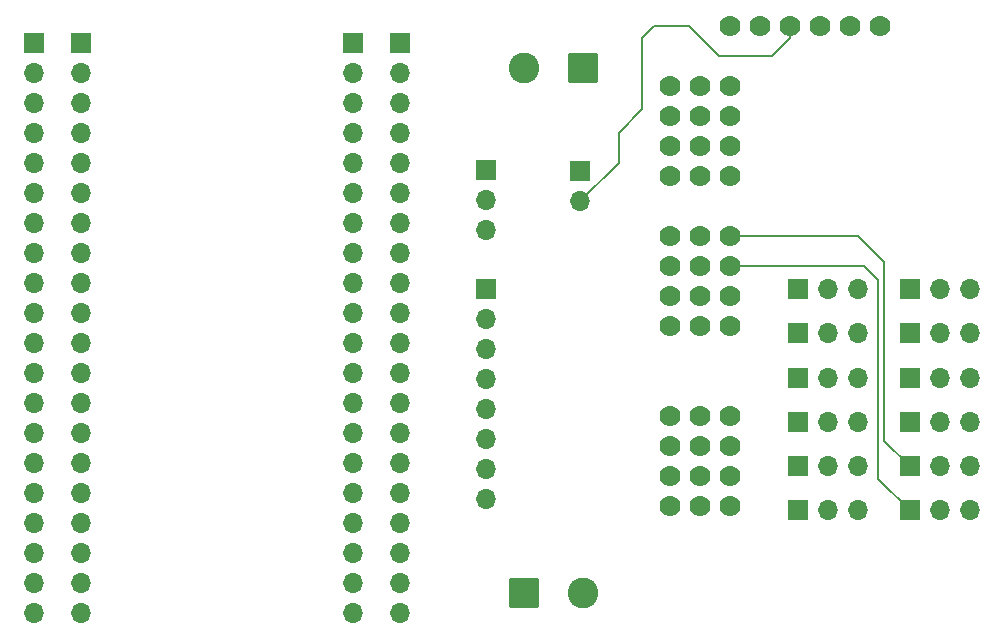
<source format=gbr>
%TF.GenerationSoftware,KiCad,Pcbnew,9.0.0*%
%TF.CreationDate,2025-03-26T16:30:54-04:00*%
%TF.ProjectId,spotmicro23mm,73706f74-6d69-4637-926f-32336d6d2e6b,rev?*%
%TF.SameCoordinates,Original*%
%TF.FileFunction,Copper,L4,Bot*%
%TF.FilePolarity,Positive*%
%FSLAX46Y46*%
G04 Gerber Fmt 4.6, Leading zero omitted, Abs format (unit mm)*
G04 Created by KiCad (PCBNEW 9.0.0) date 2025-03-26 16:30:54*
%MOMM*%
%LPD*%
G01*
G04 APERTURE LIST*
G04 Aperture macros list*
%AMRoundRect*
0 Rectangle with rounded corners*
0 $1 Rounding radius*
0 $2 $3 $4 $5 $6 $7 $8 $9 X,Y pos of 4 corners*
0 Add a 4 corners polygon primitive as box body*
4,1,4,$2,$3,$4,$5,$6,$7,$8,$9,$2,$3,0*
0 Add four circle primitives for the rounded corners*
1,1,$1+$1,$2,$3*
1,1,$1+$1,$4,$5*
1,1,$1+$1,$6,$7*
1,1,$1+$1,$8,$9*
0 Add four rect primitives between the rounded corners*
20,1,$1+$1,$2,$3,$4,$5,0*
20,1,$1+$1,$4,$5,$6,$7,0*
20,1,$1+$1,$6,$7,$8,$9,0*
20,1,$1+$1,$8,$9,$2,$3,0*%
G04 Aperture macros list end*
%TA.AperFunction,ComponentPad*%
%ADD10R,1.700000X1.700000*%
%TD*%
%TA.AperFunction,ComponentPad*%
%ADD11O,1.700000X1.700000*%
%TD*%
%TA.AperFunction,ComponentPad*%
%ADD12RoundRect,0.250000X1.050000X1.050000X-1.050000X1.050000X-1.050000X-1.050000X1.050000X-1.050000X0*%
%TD*%
%TA.AperFunction,ComponentPad*%
%ADD13C,2.600000*%
%TD*%
%TA.AperFunction,ComponentPad*%
%ADD14RoundRect,0.250000X-1.050000X-1.050000X1.050000X-1.050000X1.050000X1.050000X-1.050000X1.050000X0*%
%TD*%
%TA.AperFunction,ComponentPad*%
%ADD15C,1.778000*%
%TD*%
%TA.AperFunction,Conductor*%
%ADD16C,0.200000*%
%TD*%
G04 APERTURE END LIST*
D10*
%TO.P,J9,1,Pin_1*%
%TO.N,/PWM-7*%
X146170000Y-88000000D03*
D11*
%TO.P,J9,2,Pin_2*%
%TO.N,/S2-PWR*%
X148710000Y-88000000D03*
%TO.P,J9,3,Pin_3*%
%TO.N,/S2-GND*%
X151250000Y-88000000D03*
%TD*%
D10*
%TO.P,J14,1,Pin_1*%
%TO.N,/ESP-32Pin*%
X85500000Y-63400000D03*
D11*
%TO.P,J14,2,Pin_2*%
X85500000Y-65940000D03*
%TO.P,J14,3,Pin_3*%
X85500000Y-68480000D03*
%TO.P,J14,4,Pin_4*%
X85500000Y-71020000D03*
%TO.P,J14,5,Pin_5*%
X85500000Y-73560000D03*
%TO.P,J14,6,Pin_6*%
X85500000Y-76100000D03*
%TO.P,J14,7,Pin_7*%
X85500000Y-78640000D03*
%TO.P,J14,8,Pin_8*%
X85500000Y-81180000D03*
%TO.P,J14,9,Pin_9*%
X85500000Y-83720000D03*
%TO.P,J14,10,Pin_10*%
X85500000Y-86260000D03*
%TO.P,J14,11,Pin_11*%
X85500000Y-88800000D03*
%TO.P,J14,12,Pin_12*%
X85500000Y-91340000D03*
%TO.P,J14,13,Pin_13*%
X85500000Y-93880000D03*
%TO.P,J14,14,Pin_14*%
X85500000Y-96420000D03*
%TO.P,J14,15,Pin_15*%
X85500000Y-98960000D03*
%TO.P,J14,16,Pin_16*%
X85500000Y-101500000D03*
%TO.P,J14,17,Pin_17*%
X85500000Y-104040000D03*
%TO.P,J14,18,Pin_18*%
X85500000Y-106580000D03*
%TO.P,J14,19,Pin_19*%
X85500000Y-109120000D03*
%TO.P,J14,20,Pin_20*%
X85500000Y-111660000D03*
%TD*%
D10*
%TO.P,J6,1,Pin_1*%
%TO.N,/PWM-4*%
X155670000Y-99250000D03*
D11*
%TO.P,J6,2,Pin_2*%
%TO.N,/S1-PWR*%
X158210000Y-99250000D03*
%TO.P,J6,3,Pin_3*%
%TO.N,/S1-GND*%
X160750000Y-99250000D03*
%TD*%
D10*
%TO.P,J18,1,Pin_1*%
%TO.N,/Global SCL*%
X127750000Y-74250000D03*
D11*
%TO.P,J18,2,Pin_2*%
%TO.N,/Global SDA*%
X127750000Y-76790000D03*
%TD*%
D12*
%TO.P,J21,1,Pin_1*%
%TO.N,/S2-PWR*%
X127993453Y-65577500D03*
D13*
%TO.P,J21,2,Pin_2*%
%TO.N,/S2-GND*%
X122993453Y-65577500D03*
%TD*%
D10*
%TO.P,J4,1,Pin_1*%
%TO.N,/PWM-2*%
X155670000Y-91750000D03*
D11*
%TO.P,J4,2,Pin_2*%
%TO.N,/S1-PWR*%
X158210000Y-91750000D03*
%TO.P,J4,3,Pin_3*%
%TO.N,/S1-GND*%
X160750000Y-91750000D03*
%TD*%
D10*
%TO.P,J17,1,Pin_1*%
%TO.N,/ESP-32Pin*%
X112500000Y-63400000D03*
D11*
%TO.P,J17,2,Pin_2*%
X112500000Y-65940000D03*
%TO.P,J17,3,Pin_3*%
X112500000Y-68480000D03*
%TO.P,J17,4,Pin_4*%
X112500000Y-71020000D03*
%TO.P,J17,5,Pin_5*%
X112500000Y-73560000D03*
%TO.P,J17,6,Pin_6*%
X112500000Y-76100000D03*
%TO.P,J17,7,Pin_7*%
X112500000Y-78640000D03*
%TO.P,J17,8,Pin_8*%
X112500000Y-81180000D03*
%TO.P,J17,9,Pin_9*%
X112500000Y-83720000D03*
%TO.P,J17,10,Pin_10*%
X112500000Y-86260000D03*
%TO.P,J17,11,Pin_11*%
X112500000Y-88800000D03*
%TO.P,J17,12,Pin_12*%
X112500000Y-91340000D03*
%TO.P,J17,13,Pin_13*%
X112500000Y-93880000D03*
%TO.P,J17,14,Pin_14*%
X112500000Y-96420000D03*
%TO.P,J17,15,Pin_15*%
X112500000Y-98960000D03*
%TO.P,J17,16,Pin_16*%
X112500000Y-101500000D03*
%TO.P,J17,17,Pin_17*%
X112500000Y-104040000D03*
%TO.P,J17,18,Pin_18*%
X112500000Y-106580000D03*
%TO.P,J17,19,Pin_19*%
X112500000Y-109120000D03*
%TO.P,J17,20,Pin_20*%
X112500000Y-111660000D03*
%TD*%
D10*
%TO.P,J13,1,Pin_1*%
%TO.N,/PWM-11*%
X146170000Y-103000000D03*
D11*
%TO.P,J13,2,Pin_2*%
%TO.N,/S2-PWR*%
X148710000Y-103000000D03*
%TO.P,J13,3,Pin_3*%
%TO.N,/S2-GND*%
X151250000Y-103000000D03*
%TD*%
D10*
%TO.P,J3,1,Pin_1*%
%TO.N,/PWM-1*%
X155670000Y-88000000D03*
D11*
%TO.P,J3,2,Pin_2*%
%TO.N,/S1-PWR*%
X158210000Y-88000000D03*
%TO.P,J3,3,Pin_3*%
%TO.N,/S1-GND*%
X160750000Y-88000000D03*
%TD*%
D10*
%TO.P,J15,1,Pin_1*%
%TO.N,/ESP-32Pin*%
X108500000Y-63400000D03*
D11*
%TO.P,J15,2,Pin_2*%
X108500000Y-65940000D03*
%TO.P,J15,3,Pin_3*%
X108500000Y-68480000D03*
%TO.P,J15,4,Pin_4*%
X108500000Y-71020000D03*
%TO.P,J15,5,Pin_5*%
X108500000Y-73560000D03*
%TO.P,J15,6,Pin_6*%
X108500000Y-76100000D03*
%TO.P,J15,7,Pin_7*%
X108500000Y-78640000D03*
%TO.P,J15,8,Pin_8*%
X108500000Y-81180000D03*
%TO.P,J15,9,Pin_9*%
X108500000Y-83720000D03*
%TO.P,J15,10,Pin_10*%
X108500000Y-86260000D03*
%TO.P,J15,11,Pin_11*%
X108500000Y-88800000D03*
%TO.P,J15,12,Pin_12*%
X108500000Y-91340000D03*
%TO.P,J15,13,Pin_13*%
X108500000Y-93880000D03*
%TO.P,J15,14,Pin_14*%
X108500000Y-96420000D03*
%TO.P,J15,15,Pin_15*%
X108500000Y-98960000D03*
%TO.P,J15,16,Pin_16*%
X108500000Y-101500000D03*
%TO.P,J15,17,Pin_17*%
X108500000Y-104040000D03*
%TO.P,J15,18,Pin_18*%
X108500000Y-106580000D03*
%TO.P,J15,19,Pin_19*%
X108500000Y-109120000D03*
%TO.P,J15,20,Pin_20*%
X108500000Y-111660000D03*
%TD*%
D10*
%TO.P,J11,1,Pin_1*%
%TO.N,/PWM-9*%
X146170000Y-95500000D03*
D11*
%TO.P,J11,2,Pin_2*%
%TO.N,/S2-PWR*%
X148710000Y-95500000D03*
%TO.P,J11,3,Pin_3*%
%TO.N,/S2-GND*%
X151250000Y-95500000D03*
%TD*%
D14*
%TO.P,J1,1,Pin_1*%
%TO.N,/S1-PWR*%
X123000000Y-110000000D03*
D13*
%TO.P,J1,2,Pin_2*%
%TO.N,/S1-GND*%
X128000000Y-110000000D03*
%TD*%
D10*
%TO.P,J16,1,Pin_1*%
%TO.N,/ESP-32Pin*%
X81500000Y-63400000D03*
D11*
%TO.P,J16,2,Pin_2*%
X81500000Y-65940000D03*
%TO.P,J16,3,Pin_3*%
X81500000Y-68480000D03*
%TO.P,J16,4,Pin_4*%
X81500000Y-71020000D03*
%TO.P,J16,5,Pin_5*%
X81500000Y-73560000D03*
%TO.P,J16,6,Pin_6*%
X81500000Y-76100000D03*
%TO.P,J16,7,Pin_7*%
X81500000Y-78640000D03*
%TO.P,J16,8,Pin_8*%
X81500000Y-81180000D03*
%TO.P,J16,9,Pin_9*%
X81500000Y-83720000D03*
%TO.P,J16,10,Pin_10*%
X81500000Y-86260000D03*
%TO.P,J16,11,Pin_11*%
X81500000Y-88800000D03*
%TO.P,J16,12,Pin_12*%
X81500000Y-91340000D03*
%TO.P,J16,13,Pin_13*%
X81500000Y-93880000D03*
%TO.P,J16,14,Pin_14*%
X81500000Y-96420000D03*
%TO.P,J16,15,Pin_15*%
X81500000Y-98960000D03*
%TO.P,J16,16,Pin_16*%
X81500000Y-101500000D03*
%TO.P,J16,17,Pin_17*%
X81500000Y-104040000D03*
%TO.P,J16,18,Pin_18*%
X81500000Y-106580000D03*
%TO.P,J16,19,Pin_19*%
X81500000Y-109120000D03*
%TO.P,J16,20,Pin_20*%
X81500000Y-111660000D03*
%TD*%
D10*
%TO.P,J8,1,Pin_1*%
%TO.N,/PWM-6*%
X146170000Y-84250000D03*
D11*
%TO.P,J8,2,Pin_2*%
%TO.N,/S2-PWR*%
X148710000Y-84250000D03*
%TO.P,J8,3,Pin_3*%
%TO.N,/S2-GND*%
X151250000Y-84250000D03*
%TD*%
D10*
%TO.P,J5,1,Pin_1*%
%TO.N,/PWM-3*%
X155670000Y-95500000D03*
D11*
%TO.P,J5,2,Pin_2*%
%TO.N,/S1-PWR*%
X158210000Y-95500000D03*
%TO.P,J5,3,Pin_3*%
%TO.N,/S1-GND*%
X160750000Y-95500000D03*
%TD*%
D10*
%TO.P,J10,1,Pin_1*%
%TO.N,/PWM-8*%
X146170000Y-91750000D03*
D11*
%TO.P,J10,2,Pin_2*%
%TO.N,/S2-PWR*%
X148710000Y-91750000D03*
%TO.P,J10,3,Pin_3*%
%TO.N,/S2-GND*%
X151250000Y-91750000D03*
%TD*%
D10*
%TO.P,J20,1,Pin_1*%
%TO.N,/ESP32-3v3*%
X119800000Y-84260000D03*
D11*
%TO.P,J20,2,Pin_2*%
%TO.N,/ESP32-GND*%
X119800000Y-86800000D03*
%TO.P,J20,3,Pin_3*%
%TO.N,/Global SCL*%
X119800000Y-89340000D03*
%TO.P,J20,4,Pin_4*%
%TO.N,/Global SDA*%
X119800000Y-91880000D03*
%TO.P,J20,5,Pin_5*%
%TO.N,unconnected-(J20-Pin_5-Pad5)*%
X119800000Y-94420000D03*
%TO.P,J20,6,Pin_6*%
%TO.N,unconnected-(J20-Pin_6-Pad6)*%
X119800000Y-96960000D03*
%TO.P,J20,7,Pin_7*%
%TO.N,unconnected-(J20-Pin_7-Pad7)*%
X119800000Y-99500000D03*
%TO.P,J20,8,Pin_8*%
%TO.N,unconnected-(J20-Pin_8-Pad8)*%
X119800000Y-102040000D03*
%TD*%
D10*
%TO.P,J12,1,Pin_1*%
%TO.N,/PWM-10*%
X146170000Y-99250000D03*
D11*
%TO.P,J12,2,Pin_2*%
%TO.N,/S2-PWR*%
X148710000Y-99250000D03*
%TO.P,J12,3,Pin_3*%
%TO.N,/S2-GND*%
X151250000Y-99250000D03*
%TD*%
D10*
%TO.P,J19,1,Pin_1*%
%TO.N,/ESP32-GND*%
X119750000Y-74210000D03*
D11*
%TO.P,J19,2,Pin_2*%
%TO.N,/ESP32-3v3*%
X119750000Y-76750000D03*
%TO.P,J19,3,Pin_3*%
%TO.N,/ESP32-5v*%
X119750000Y-79290000D03*
%TD*%
D10*
%TO.P,J7,1,Pin_1*%
%TO.N,/PWM-5*%
X155670000Y-103000000D03*
D11*
%TO.P,J7,2,Pin_2*%
%TO.N,/S1-PWR*%
X158210000Y-103000000D03*
%TO.P,J7,3,Pin_3*%
%TO.N,/S1-GND*%
X160750000Y-103000000D03*
%TD*%
D15*
%TO.P,U2,0,PWM_0*%
%TO.N,/PWM-0*%
X140440000Y-67050000D03*
%TO.P,U2,1,PWM_1*%
%TO.N,/PWM-1*%
X140440000Y-69590000D03*
%TO.P,U2,2,PWM_2*%
%TO.N,/PWM-2*%
X140440000Y-72130000D03*
%TO.P,U2,3,PWM_3*%
%TO.N,/PWM-3*%
X140440000Y-74670000D03*
%TO.P,U2,4,PWM_4*%
%TO.N,/PWM-4*%
X140440000Y-79750000D03*
%TO.P,U2,5,PWM_5*%
%TO.N,/PWM-5*%
X140440000Y-82290000D03*
%TO.P,U2,6,PWM_6*%
%TO.N,/PWM-6*%
X140440000Y-84830000D03*
%TO.P,U2,7,PWM_7*%
%TO.N,/PWM-7*%
X140440000Y-87370000D03*
%TO.P,U2,8,PWM_8*%
%TO.N,/PWM-8*%
X140440000Y-94990000D03*
%TO.P,U2,9,PWM_9*%
%TO.N,/PWM-9*%
X140440000Y-97530000D03*
%TO.P,U2,10,PWM_10*%
%TO.N,/PWM-10*%
X140440000Y-100070000D03*
%TO.P,U2,11,PWM_11*%
%TO.N,/PWM-11*%
X140440000Y-102610000D03*
%TO.P,U2,GND_1,GND*%
%TO.N,/ESP32-GND*%
X153140000Y-61970000D03*
%TO.P,U2,GND_3*%
%TO.N,N/C*%
X135360000Y-67050000D03*
%TO.P,U2,GND_4*%
X135360000Y-69590000D03*
%TO.P,U2,GND_5*%
X135360000Y-72130000D03*
%TO.P,U2,GND_6*%
X135360000Y-74670000D03*
%TO.P,U2,GND_7*%
X135360000Y-79750000D03*
%TO.P,U2,GND_8*%
X135360000Y-82290000D03*
%TO.P,U2,GND_9*%
X135360000Y-84830000D03*
%TO.P,U2,GND_10*%
X135360000Y-87370000D03*
%TO.P,U2,GND_11*%
X135360000Y-94990000D03*
%TO.P,U2,GND_12*%
X135360000Y-97530000D03*
%TO.P,U2,GND_13*%
X135360000Y-100070000D03*
%TO.P,U2,GND_14*%
X135360000Y-102610000D03*
%TO.P,U2,OE_1*%
X150600000Y-61970000D03*
%TO.P,U2,SCL_1,SCL*%
%TO.N,/Global SCL*%
X148060000Y-61970000D03*
%TO.P,U2,SDA_1,SDA*%
%TO.N,/Global SDA*%
X145520000Y-61970000D03*
%TO.P,U2,V+_1,V+*%
%TO.N,unconnected-(U2-V+-PadV+_1)*%
X140440000Y-61970000D03*
%TO.P,U2,V+_3*%
%TO.N,N/C*%
X137900000Y-67050000D03*
%TO.P,U2,V+_4*%
X137900000Y-69590000D03*
%TO.P,U2,V+_5*%
X137900000Y-72130000D03*
%TO.P,U2,V+_6*%
X137900000Y-74670000D03*
%TO.P,U2,V+_7*%
X137900000Y-79750000D03*
%TO.P,U2,V+_8*%
X137900000Y-82290000D03*
%TO.P,U2,V+_9*%
X137900000Y-84830000D03*
%TO.P,U2,V+_10*%
X137900000Y-87370000D03*
%TO.P,U2,V+_11*%
X137900000Y-94990000D03*
%TO.P,U2,V+_12*%
X137900000Y-97530000D03*
%TO.P,U2,V+_13*%
X137900000Y-100070000D03*
%TO.P,U2,V+_14*%
X137900000Y-102610000D03*
%TO.P,U2,VCC_1,VCC*%
%TO.N,/ESP32-5v*%
X142980000Y-61970000D03*
%TD*%
D10*
%TO.P,J2,1,Pin_1*%
%TO.N,/PWM-0*%
X155670000Y-84250000D03*
D11*
%TO.P,J2,2,Pin_2*%
%TO.N,/S1-PWR*%
X158210000Y-84250000D03*
%TO.P,J2,3,Pin_3*%
%TO.N,/S1-GND*%
X160750000Y-84250000D03*
%TD*%
D16*
%TO.N,/PWM-4*%
X140440000Y-79750000D02*
X151250000Y-79750000D01*
X151250000Y-79750000D02*
X153500000Y-82000000D01*
X153500000Y-82000000D02*
X153500000Y-97080000D01*
X153500000Y-97080000D02*
X155670000Y-99250000D01*
%TO.N,/PWM-5*%
X153000000Y-83500000D02*
X153000000Y-100330000D01*
X151790000Y-82290000D02*
X153000000Y-83500000D01*
X153000000Y-100330000D02*
X155670000Y-103000000D01*
X140440000Y-82290000D02*
X151790000Y-82290000D01*
%TO.N,/Global SDA*%
X133000000Y-63000000D02*
X134000000Y-62000000D01*
X144000000Y-64500000D02*
X145520000Y-62980000D01*
X127750000Y-76790000D02*
X131000000Y-73540000D01*
X137000000Y-62000000D02*
X139500000Y-64500000D01*
X145520000Y-62980000D02*
X145520000Y-61970000D01*
X131000000Y-71000000D02*
X133000000Y-69000000D01*
X139500000Y-64500000D02*
X144000000Y-64500000D01*
X133000000Y-69000000D02*
X133000000Y-63000000D01*
X134000000Y-62000000D02*
X137000000Y-62000000D01*
X131000000Y-73540000D02*
X131000000Y-71000000D01*
%TD*%
M02*

</source>
